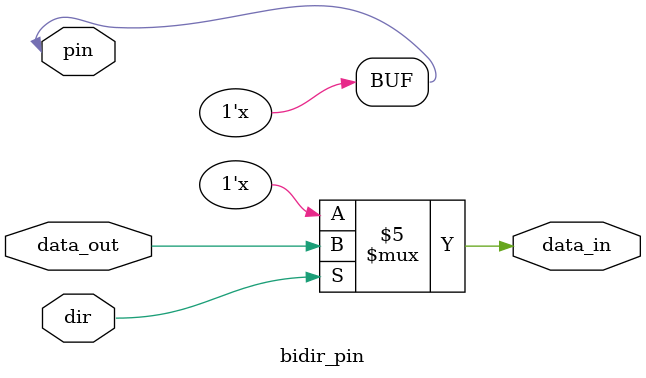
<source format=v>
module bidir_pin #(parameter WIDTH = 1) (
    inout wire [WIDTH-1:0] pin,
    input wire dir,
    input wire [WIDTH-1:0] data_out,
    output reg [WIDTH-1:0] data_in
);
    always @(*) begin
        if (dir) begin
            data_in <= data_out;
        end else begin
            pin <= #1 data_in;
        end
    end
endmodule
</source>
